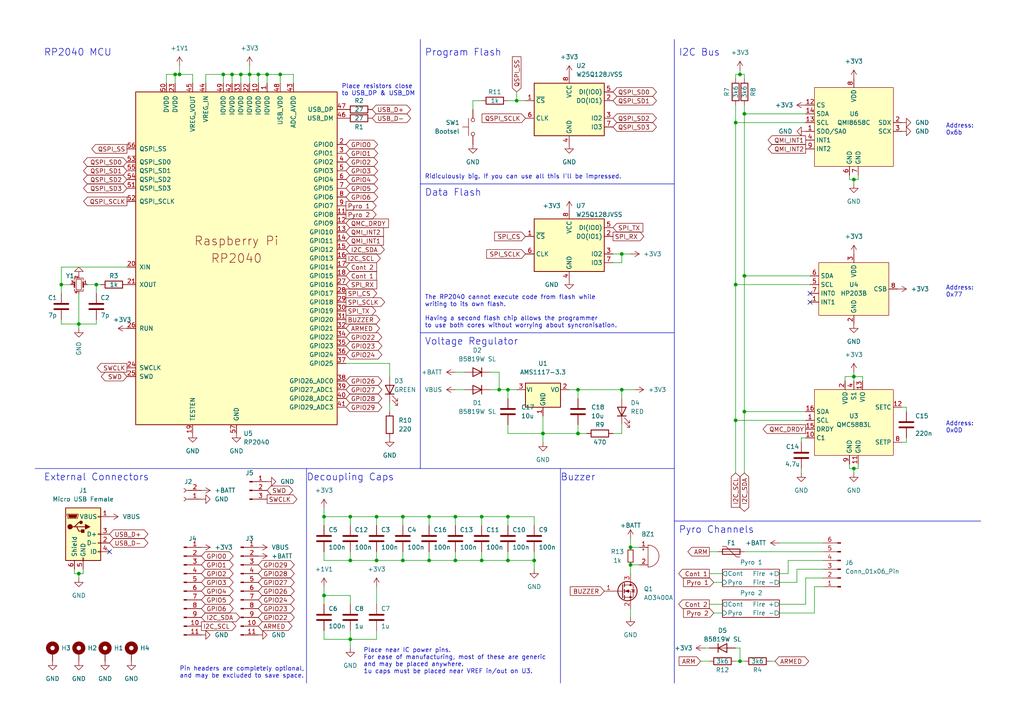
<source format=kicad_sch>
(kicad_sch (version 20230121) (generator eeschema)
  (paper "A4")
  (title_block (title "Bob Main Board") (date "2022-07-03") (rev "4") (company "York Aerospace & Rocketry") (comment 1 "22/08/22 WH") (comment 3 "For Comment") (comment 4 "BOB_SCH"))
  (junction (at 81.28 21.59))
  (junction (at 147.32 113.03))
  (junction (at 213.36 121.92))
  (junction (at 50.8 21.59))
  (junction (at 64.77 21.59))
  (junction (at 180.34 113.03))
  (junction (at 147.32 162.56))
  (junction (at 215.9 33.02))
  (junction (at 109.22 149.86))
  (junction (at 22.86 166.37))
  (junction (at 132.08 162.56))
  (junction (at 22.86 93.98))
  (junction (at 124.46 149.86))
  (junction (at 147.32 149.86))
  (junction (at 93.98 149.86))
  (junction (at 116.84 162.56))
  (junction (at 93.98 172.72))
  (junction (at 213.36 82.55))
  (junction (at 167.64 113.03))
  (junction (at 213.36 35.56))
  (junction (at 214.63 191.77))
  (junction (at 247.65 52.07))
  (junction (at 27.94 82.55))
  (junction (at 215.9 119.38))
  (junction (at 101.6 185.42))
  (junction (at 17.78 82.55))
  (junction (at 101.6 162.56))
  (junction (at 247.65 109.22))
  (junction (at 139.7 162.56))
  (junction (at 72.39 21.59))
  (junction (at 149.86 29.21))
  (junction (at 124.46 162.56))
  (junction (at 101.6 149.86))
  (junction (at 67.31 21.59))
  (junction (at 167.64 125.73))
  (junction (at 69.85 21.59))
  (junction (at 247.65 135.89))
  (junction (at 144.78 113.03))
  (junction (at 214.63 21.59))
  (junction (at 77.47 21.59))
  (junction (at 74.93 21.59))
  (junction (at 139.7 149.86))
  (junction (at 157.48 125.73))
  (junction (at 154.94 162.56))
  (junction (at 215.9 80.01))
  (junction (at 116.84 149.86))
  (junction (at 132.08 149.86))
  (junction (at 109.22 162.56))
  (junction (at 182.88 163.83))
  (junction (at 182.88 158.75))
  (junction (at 180.34 73.66))
  (junction (at 52.07 21.59))
  (no_connect (at 234.95 87.63))
  (no_connect (at 234.95 85.09))
  (no_connect (at 31.75 160.02))
  (wire (pts (xy 93.98 149.86) (xy 101.6 149.86)))
  (wire (pts (xy 139.7 162.56) (xy 147.32 162.56)))
  (wire (pts (xy 101.6 172.72) (xy 101.6 175.26)))
  (polyline (pts (xy 195.58 11.43) (xy 195.58 53.34)))
  (wire (pts (xy 213.36 121.92) (xy 213.36 137.16)))
  (wire (pts (xy 180.34 123.19) (xy 180.34 125.73)))
  (wire (pts (xy 215.9 33.02) (xy 233.68 33.02)))
  (polyline (pts (xy 121.92 11.43) (xy 121.92 135.89)))
  (wire (pts (xy 247.65 135.89) (xy 247.65 137.16)))
  (wire (pts (xy 124.46 162.56) (xy 132.08 162.56)))
  (wire (pts (xy 154.94 160.02) (xy 154.94 162.56)))
  (polyline (pts (xy 195.58 135.89) (xy 195.58 198.12)))
  (wire (pts (xy 215.9 80.01) (xy 234.95 80.01)))
  (wire (pts (xy 52.07 21.59) (xy 50.8 21.59)))
  (wire (pts (xy 214.63 21.59) (xy 215.9 21.59)))
  (wire (pts (xy 81.28 21.59) (xy 81.28 24.13)))
  (wire (pts (xy 132.08 149.86) (xy 139.7 149.86)))
  (wire (pts (xy 124.46 149.86) (xy 132.08 149.86)))
  (wire (pts (xy 233.68 167.64) (xy 238.76 167.64)))
  (wire (pts (xy 113.03 105.41) (xy 113.03 109.22)))
  (wire (pts (xy 77.47 21.59) (xy 81.28 21.59)))
  (wire (pts (xy 180.34 113.03) (xy 184.15 113.03)))
  (wire (pts (xy 100.33 105.41) (xy 113.03 105.41)))
  (wire (pts (xy 246.38 134.62) (xy 246.38 135.89)))
  (wire (pts (xy 101.6 149.86) (xy 109.22 149.86)))
  (wire (pts (xy 238.76 162.56) (xy 228.6 162.56)))
  (wire (pts (xy 93.98 185.42) (xy 93.98 182.88)))
  (wire (pts (xy 236.22 177.8) (xy 226.06 177.8)))
  (wire (pts (xy 247.65 107.95) (xy 247.65 109.22)))
  (wire (pts (xy 147.32 162.56) (xy 154.94 162.56)))
  (wire (pts (xy 207.01 168.91) (xy 209.55 168.91)))
  (wire (pts (xy 147.32 149.86) (xy 147.32 152.4)))
  (polyline (pts (xy 121.92 135.89) (xy 195.58 135.89)))
  (wire (pts (xy 147.32 160.02) (xy 147.32 162.56)))
  (wire (pts (xy 182.88 156.21) (xy 182.88 158.75)))
  (wire (pts (xy 154.94 165.1) (xy 154.94 162.56)))
  (wire (pts (xy 81.28 21.59) (xy 85.09 21.59)))
  (wire (pts (xy 147.32 149.86) (xy 154.94 149.86)))
  (wire (pts (xy 213.36 21.59) (xy 214.63 21.59)))
  (wire (pts (xy 167.64 125.73) (xy 170.18 125.73)))
  (polyline (pts (xy 195.58 96.52) (xy 121.92 96.52)))
  (wire (pts (xy 177.8 73.66) (xy 180.34 73.66)))
  (wire (pts (xy 213.36 191.77) (xy 214.63 191.77)))
  (wire (pts (xy 213.36 82.55) (xy 234.95 82.55)))
  (wire (pts (xy 17.78 82.55) (xy 17.78 85.09)))
  (wire (pts (xy 25.4 82.55) (xy 27.94 82.55)))
  (wire (pts (xy 215.9 30.48) (xy 215.9 33.02)))
  (wire (pts (xy 205.74 166.37) (xy 209.55 166.37)))
  (wire (pts (xy 185.42 163.83) (xy 182.88 163.83)))
  (wire (pts (xy 180.34 76.2) (xy 180.34 73.66)))
  (wire (pts (xy 236.22 170.18) (xy 236.22 177.8)))
  (wire (pts (xy 213.36 30.48) (xy 213.36 35.56)))
  (wire (pts (xy 17.78 92.71) (xy 17.78 93.98)))
  (wire (pts (xy 101.6 185.42) (xy 109.22 185.42)))
  (wire (pts (xy 180.34 73.66) (xy 182.88 73.66)))
  (wire (pts (xy 101.6 160.02) (xy 101.6 162.56)))
  (wire (pts (xy 207.01 177.8) (xy 209.55 177.8)))
  (wire (pts (xy 232.41 127) (xy 233.68 127)))
  (wire (pts (xy 116.84 160.02) (xy 116.84 162.56)))
  (wire (pts (xy 261.62 118.11) (xy 262.89 118.11)))
  (wire (pts (xy 74.93 21.59) (xy 74.93 24.13)))
  (wire (pts (xy 48.26 24.13) (xy 48.26 21.59)))
  (wire (pts (xy 139.7 29.21) (xy 137.16 29.21)))
  (wire (pts (xy 109.22 185.42) (xy 109.22 182.88)))
  (wire (pts (xy 147.32 125.73) (xy 147.32 123.19)))
  (wire (pts (xy 17.78 82.55) (xy 20.32 82.55)))
  (wire (pts (xy 137.16 29.21) (xy 137.16 31.75)))
  (wire (pts (xy 93.98 149.86) (xy 93.98 152.4)))
  (wire (pts (xy 144.78 113.03) (xy 147.32 113.03)))
  (wire (pts (xy 48.26 21.59) (xy 50.8 21.59)))
  (wire (pts (xy 113.03 119.38) (xy 113.03 116.84)))
  (wire (pts (xy 226.06 168.91) (xy 231.14 168.91)))
  (wire (pts (xy 109.22 162.56) (xy 116.84 162.56)))
  (wire (pts (xy 124.46 149.86) (xy 124.46 152.4)))
  (wire (pts (xy 101.6 162.56) (xy 109.22 162.56)))
  (wire (pts (xy 116.84 149.86) (xy 116.84 152.4)))
  (wire (pts (xy 55.88 21.59) (xy 52.07 21.59)))
  (wire (pts (xy 109.22 149.86) (xy 109.22 152.4)))
  (polyline (pts (xy 10.16 135.89) (xy 121.92 135.89)))
  (wire (pts (xy 27.94 82.55) (xy 29.21 82.55)))
  (wire (pts (xy 74.93 21.59) (xy 77.47 21.59)))
  (wire (pts (xy 247.65 52.07) (xy 248.92 52.07)))
  (wire (pts (xy 109.22 170.18) (xy 109.22 175.26)))
  (wire (pts (xy 215.9 160.02) (xy 238.76 160.02)))
  (polyline (pts (xy 121.92 53.34) (xy 195.58 53.34)))
  (wire (pts (xy 167.64 113.03) (xy 180.34 113.03)))
  (wire (pts (xy 203.2 191.77) (xy 205.74 191.77)))
  (wire (pts (xy 93.98 172.72) (xy 93.98 175.26)))
  (wire (pts (xy 226.06 166.37) (xy 228.6 166.37)))
  (wire (pts (xy 22.86 85.09) (xy 22.86 93.98)))
  (wire (pts (xy 55.88 24.13) (xy 55.88 21.59)))
  (wire (pts (xy 205.74 175.26) (xy 209.55 175.26)))
  (wire (pts (xy 139.7 149.86) (xy 147.32 149.86)))
  (wire (pts (xy 232.41 128.27) (xy 232.41 127)))
  (wire (pts (xy 67.31 21.59) (xy 69.85 21.59)))
  (wire (pts (xy 246.38 135.89) (xy 247.65 135.89)))
  (wire (pts (xy 93.98 172.72) (xy 101.6 172.72)))
  (wire (pts (xy 109.22 160.02) (xy 109.22 162.56)))
  (wire (pts (xy 67.31 21.59) (xy 67.31 24.13)))
  (wire (pts (xy 22.86 95.25) (xy 22.86 93.98)))
  (wire (pts (xy 124.46 160.02) (xy 124.46 162.56)))
  (wire (pts (xy 93.98 162.56) (xy 101.6 162.56)))
  (wire (pts (xy 213.36 35.56) (xy 233.68 35.56)))
  (wire (pts (xy 132.08 107.95) (xy 134.62 107.95)))
  (wire (pts (xy 27.94 82.55) (xy 27.94 85.09)))
  (wire (pts (xy 157.48 125.73) (xy 157.48 128.27)))
  (wire (pts (xy 247.65 109.22) (xy 247.65 110.49)))
  (wire (pts (xy 101.6 182.88) (xy 101.6 185.42)))
  (wire (pts (xy 64.77 21.59) (xy 67.31 21.59)))
  (wire (pts (xy 167.64 113.03) (xy 167.64 115.57)))
  (wire (pts (xy 109.22 149.86) (xy 116.84 149.86)))
  (wire (pts (xy 180.34 125.73) (xy 177.8 125.73)))
  (wire (pts (xy 22.86 93.98) (xy 27.94 93.98)))
  (wire (pts (xy 248.92 52.07) (xy 248.92 50.8)))
  (wire (pts (xy 69.85 21.59) (xy 72.39 21.59)))
  (wire (pts (xy 22.86 166.37) (xy 24.13 166.37)))
  (wire (pts (xy 205.74 187.96) (xy 204.47 187.96)))
  (wire (pts (xy 213.36 82.55) (xy 213.36 121.92)))
  (wire (pts (xy 248.92 135.89) (xy 248.92 134.62)))
  (wire (pts (xy 182.88 158.75) (xy 185.42 158.75)))
  (wire (pts (xy 132.08 149.86) (xy 132.08 152.4)))
  (wire (pts (xy 116.84 149.86) (xy 124.46 149.86)))
  (polyline (pts (xy 195.58 135.89) (xy 195.58 96.52)))
  (wire (pts (xy 223.52 191.77) (xy 224.79 191.77)))
  (wire (pts (xy 205.74 160.02) (xy 208.28 160.02)))
  (wire (pts (xy 64.77 24.13) (xy 64.77 21.59)))
  (wire (pts (xy 21.59 166.37) (xy 22.86 166.37)))
  (wire (pts (xy 132.08 162.56) (xy 139.7 162.56)))
  (wire (pts (xy 147.32 115.57) (xy 147.32 113.03)))
  (wire (pts (xy 245.11 109.22) (xy 247.65 109.22)))
  (polyline (pts (xy 195.58 151.13) (xy 284.48 151.13)))
  (wire (pts (xy 27.94 93.98) (xy 27.94 92.71)))
  (wire (pts (xy 24.13 165.1) (xy 24.13 166.37)))
  (wire (pts (xy 177.8 76.2) (xy 180.34 76.2)))
  (wire (pts (xy 247.65 53.34) (xy 247.65 52.07)))
  (wire (pts (xy 215.9 119.38) (xy 215.9 137.16)))
  (wire (pts (xy 149.86 26.67) (xy 149.86 29.21)))
  (polyline (pts (xy 88.9 135.89) (xy 88.9 198.12)))
  (wire (pts (xy 214.63 191.77) (xy 214.63 187.96)))
  (wire (pts (xy 21.59 165.1) (xy 21.59 166.37)))
  (wire (pts (xy 213.36 35.56) (xy 213.36 82.55)))
  (wire (pts (xy 147.32 125.73) (xy 157.48 125.73)))
  (wire (pts (xy 17.78 93.98) (xy 22.86 93.98)))
  (wire (pts (xy 72.39 21.59) (xy 72.39 24.13)))
  (wire (pts (xy 139.7 149.86) (xy 139.7 152.4)))
  (wire (pts (xy 228.6 162.56) (xy 228.6 166.37)))
  (wire (pts (xy 226.06 175.26) (xy 233.68 175.26)))
  (wire (pts (xy 226.06 157.48) (xy 238.76 157.48)))
  (wire (pts (xy 157.48 125.73) (xy 167.64 125.73)))
  (wire (pts (xy 245.11 110.49) (xy 245.11 109.22)))
  (wire (pts (xy 22.86 167.64) (xy 22.86 166.37)))
  (wire (pts (xy 154.94 149.86) (xy 154.94 152.4)))
  (wire (pts (xy 182.88 179.07) (xy 182.88 176.53)))
  (wire (pts (xy 247.65 109.22) (xy 250.19 109.22)))
  (wire (pts (xy 247.65 135.89) (xy 248.92 135.89)))
  (wire (pts (xy 93.98 170.18) (xy 93.98 172.72)))
  (wire (pts (xy 165.1 113.03) (xy 167.64 113.03)))
  (wire (pts (xy 50.8 21.59) (xy 50.8 24.13)))
  (wire (pts (xy 214.63 21.59) (xy 214.63 20.32)))
  (wire (pts (xy 246.38 52.07) (xy 247.65 52.07)))
  (wire (pts (xy 93.98 160.02) (xy 93.98 162.56)))
  (wire (pts (xy 238.76 170.18) (xy 236.22 170.18)))
  (wire (pts (xy 213.36 22.86) (xy 213.36 21.59)))
  (wire (pts (xy 250.19 109.22) (xy 250.19 110.49)))
  (wire (pts (xy 116.84 162.56) (xy 124.46 162.56)))
  (wire (pts (xy 149.86 29.21) (xy 152.4 29.21)))
  (wire (pts (xy 214.63 187.96) (xy 213.36 187.96)))
  (wire (pts (xy 72.39 21.59) (xy 74.93 21.59)))
  (wire (pts (xy 59.69 24.13) (xy 59.69 21.59)))
  (wire (pts (xy 93.98 147.32) (xy 93.98 149.86)))
  (wire (pts (xy 231.14 168.91) (xy 231.14 165.1)))
  (wire (pts (xy 59.69 21.59) (xy 64.77 21.59)))
  (wire (pts (xy 132.08 113.03) (xy 134.62 113.03)))
  (wire (pts (xy 139.7 160.02) (xy 139.7 162.56)))
  (wire (pts (xy 147.32 113.03) (xy 149.86 113.03)))
  (wire (pts (xy 144.78 107.95) (xy 142.24 107.95)))
  (wire (pts (xy 69.85 21.59) (xy 69.85 24.13)))
  (wire (pts (xy 52.07 19.05) (xy 52.07 21.59)))
  (polyline (pts (xy 162.56 135.89) (xy 162.56 198.12)))
  (wire (pts (xy 101.6 185.42) (xy 101.6 187.96)))
  (wire (pts (xy 85.09 21.59) (xy 85.09 24.13)))
  (wire (pts (xy 261.62 128.27) (xy 262.89 128.27)))
  (wire (pts (xy 262.89 128.27) (xy 262.89 127)))
  (wire (pts (xy 214.63 191.77) (xy 215.9 191.77)))
  (wire (pts (xy 36.83 77.47) (xy 17.78 77.47)))
  (wire (pts (xy 215.9 80.01) (xy 215.9 119.38)))
  (wire (pts (xy 72.39 19.05) (xy 72.39 21.59)))
  (wire (pts (xy 213.36 121.92) (xy 233.68 121.92)))
  (wire (pts (xy 233.68 175.26) (xy 233.68 167.64)))
  (wire (pts (xy 147.32 29.21) (xy 149.86 29.21)))
  (wire (pts (xy 17.78 77.47) (xy 17.78 82.55)))
  (polyline (pts (xy 195.58 53.34) (xy 195.58 96.52)))
  (wire (pts (xy 132.08 160.02) (xy 132.08 162.56)))
  (wire (pts (xy 101.6 149.86) (xy 101.6 152.4)))
  (wire (pts (xy 157.48 120.65) (xy 157.48 125.73)))
  (wire (pts (xy 215.9 21.59) (xy 215.9 22.86)))
  (wire (pts (xy 246.38 50.8) (xy 246.38 52.07)))
  (wire (pts (xy 180.34 113.03) (xy 180.34 115.57)))
  (wire (pts (xy 182.88 166.37) (xy 182.88 163.83)))
  (wire (pts (xy 142.24 113.03) (xy 144.78 113.03)))
  (wire (pts (xy 215.9 119.38) (xy 233.68 119.38)))
  (wire (pts (xy 232.41 135.89) (xy 232.41 137.16)))
  (wire (pts (xy 77.47 21.59) (xy 77.47 24.13)))
  (wire (pts (xy 215.9 33.02) (xy 215.9 80.01)))
  (wire (pts (xy 262.89 118.11) (xy 262.89 119.38)))
  (wire (pts (xy 101.6 185.42) (xy 93.98 185.42)))
  (wire (pts (xy 167.64 125.73) (xy 167.64 123.19)))
  (wire (pts (xy 144.78 113.03) (xy 144.78 107.95)))
  (wire (pts (xy 231.14 165.1) (xy 238.76 165.1)))
  (text "Data Flash" (at 123.19 57.15 0) (effects (font (size 2 2)) (justify left bottom)))
  (text "Program Flash" (at 123.19 16.51 0) (effects (font (size 2 2)) (justify left bottom)))
  (text "Decoupling Caps" (at 88.9 139.7 0) (effects (font (size 2 2)) (justify left bottom)))
  (text "Ridiculously big. If you can use all this I'll be impressed." (at 123.19 52.07 0) (effects (font (size 1.27 1.27)) (justify left bottom)))
  (text "External Connectors" (at 12.7 139.7 0) (effects (font (size 2 2)) (justify left bottom)))
  (text "Address:\n0x77" (at 274.32 86.36 0) (effects (font (size 1.27 1.27)) (justify left bottom)))
  (text "Address:\n0x6b" (at 274.32 39.37 0) (effects (font (size 1.27 1.27)) (justify left bottom)))
  (text "Place resistors close \nto USB_DP & USB_DM" (at 99.06 27.94 0) (effects (font (size 1.27 1.27)) (justify left bottom)))
  (text "Pyro Channels" (at 196.85 154.94 0) (effects (font (size 2 2)) (justify left bottom)))
  (text "Buzzer" (at 162.56 139.7 0) (effects (font (size 2 2)) (justify left bottom)))
  (text "Address:\n0x0D" (at 274.32 125.73 0) (effects (font (size 1.27 1.27)) (justify left bottom)))
  (text "RP2040 MCU" (at 12.7 16.51 0) (effects (font (size 2 2)) (justify left bottom)))
  (text "Pin headers are completely optional, \nand may be excluded to save space." (at 52.07 196.85 0) (effects (font (size 1.27 1.27)) (justify left bottom)))
  (text "Place near IC power pins. \nFor ease of manufacturing, most of these are generic\nand may be placed anywhere.\n1u caps must be placed near VREF in/out on U3." (at 105.41 195.58 0) (effects (font (size 1.27 1.27)) (justify left bottom)))
  (text "I2C Bus" (at 196.85 16.51 0) (effects (font (size 2 2)) (justify left bottom)))
  (text "Voltage Regulator" (at 123.19 100.33 0) (effects (font (size 2 2)) (justify left bottom)))
  (text "The RP2040 cannot execute code from flash while\nwriting to its own flash.\n\nHaving a second flash chip allows the programmer \nto use both cores without worrying about syncronisation." (at 123.19 95.25 0) (effects (font (size 1.27 1.27)) (justify left bottom)))
  (global_label "QMI_INT1" (shape output) (at 233.68 40.64 180) (property "Intersheetrefs" "${INTERSHEET_REFS}" (effects hide)))
  (global_label "I2C_SDA" (shape bidirectional) (at 58.42 179.07 0) (property "Intersheetrefs" "${INTERSHEET_REFS}" (effects hide)))
  (global_label "SWD" (shape bidirectional) (at 36.83 109.22 180) (property "Intersheetrefs" "${INTERSHEET_REFS}" (effects hide)))
  (global_label "Pyro 1" (shape output) (at 100.33 59.69 0) (property "Intersheetrefs" "${INTERSHEET_REFS}" (effects hide)))
  (global_label "SPI_TX" (shape input) (at 177.8 66.04 0) (property "Intersheetrefs" "${INTERSHEET_REFS}" (effects hide)))
  (global_label "GPIO23" (shape bidirectional) (at 74.93 176.53 0) (property "Intersheetrefs" "${INTERSHEET_REFS}" (effects hide)))
  (global_label "GPIO29" (shape bidirectional) (at 74.93 163.83 0) (property "Intersheetrefs" "${INTERSHEET_REFS}" (effects hide)))
  (global_label "Pyro 1" (shape input) (at 207.01 168.91 180) (property "Intersheetrefs" "${INTERSHEET_REFS}" (effects hide)))
  (global_label "ARM" (shape output) (at 205.74 160.02 180) (property "Intersheetrefs" "${INTERSHEET_REFS}" (effects hide)))
  (global_label "I2C_SCL" (shape output) (at 58.42 181.61 0) (property "Intersheetrefs" "${INTERSHEET_REFS}" (effects hide)))
  (global_label "QSPI_SD3" (shape bidirectional) (at 36.83 54.61 180) (property "Intersheetrefs" "${INTERSHEET_REFS}" (effects hide)))
  (global_label "GPIO22" (shape bidirectional) (at 74.93 179.07 0) (property "Intersheetrefs" "${INTERSHEET_REFS}" (effects hide)))
  (global_label "GPIO0" (shape bidirectional) (at 100.33 41.91 0) (property "Intersheetrefs" "${INTERSHEET_REFS}" (effects hide)))
  (global_label "SPI_SCLK" (shape output) (at 100.33 87.63 0) (property "Intersheetrefs" "${INTERSHEET_REFS}" (effects hide)))
  (global_label "QSPI_SD1" (shape bidirectional) (at 177.8 29.21 0) (property "Intersheetrefs" "${INTERSHEET_REFS}" (effects hide)))
  (global_label "QSPI_SD2" (shape bidirectional) (at 36.83 52.07 180) (property "Intersheetrefs" "${INTERSHEET_REFS}" (effects hide)))
  (global_label "GPIO22" (shape bidirectional) (at 100.33 97.79 0) (property "Intersheetrefs" "${INTERSHEET_REFS}" (effects hide)))
  (global_label "USB_D+" (shape bidirectional) (at 107.95 31.75 0) (property "Intersheetrefs" "${INTERSHEET_REFS}" (effects hide)))
  (global_label "GPIO4" (shape bidirectional) (at 58.42 171.45 0) (property "Intersheetrefs" "${INTERSHEET_REFS}" (effects hide)))
  (global_label "GPIO24" (shape bidirectional) (at 74.93 173.99 0) (property "Intersheetrefs" "${INTERSHEET_REFS}" (effects hide)))
  (global_label "QSPI_SCLK" (shape input) (at 152.4 34.29 180) (property "Intersheetrefs" "${INTERSHEET_REFS}" (effects hide)))
  (global_label "USB_D+" (shape bidirectional) (at 31.75 154.94 0) (property "Intersheetrefs" "${INTERSHEET_REFS}" (effects hide)))
  (global_label "QSPI_SS" (shape input) (at 149.86 26.67 90) (property "Intersheetrefs" "${INTERSHEET_REFS}" (effects hide)))
  (global_label "Cont 1" (shape input) (at 100.33 80.01 0) (property "Intersheetrefs" "${INTERSHEET_REFS}" (effects hide)))
  (global_label "GPIO5" (shape bidirectional) (at 100.33 54.61 0) (property "Intersheetrefs" "${INTERSHEET_REFS}" (effects hide)))
  (global_label "ARMED" (shape bidirectional) (at 74.93 181.61 0) (property "Intersheetrefs" "${INTERSHEET_REFS}" (effects hide)))
  (global_label "GPIO29" (shape bidirectional) (at 100.33 118.11 0) (property "Intersheetrefs" "${INTERSHEET_REFS}" (effects hide)))
  (global_label "GPIO24" (shape bidirectional) (at 100.33 102.87 0) (property "Intersheetrefs" "${INTERSHEET_REFS}" (effects hide)))
  (global_label "QMC_DRDY" (shape input) (at 100.33 64.77 0) (property "Intersheetrefs" "${INTERSHEET_REFS}" (effects hide)))
  (global_label "QSPI_SD3" (shape bidirectional) (at 177.8 36.83 0) (property "Intersheetrefs" "${INTERSHEET_REFS}" (effects hide)))
  (global_label "SWD" (shape bidirectional) (at 77.47 142.24 0) (property "Intersheetrefs" "${INTERSHEET_REFS}" (effects hide)))
  (global_label "SPI_TX" (shape output) (at 100.33 90.17 0) (property "Intersheetrefs" "${INTERSHEET_REFS}" (effects hide)))
  (global_label "GPIO2" (shape bidirectional) (at 58.42 166.37 0) (property "Intersheetrefs" "${INTERSHEET_REFS}" (effects hide)))
  (global_label "SPI_SCLK" (shape input) (at 152.4 73.66 180) (property "Intersheetrefs" "${INTERSHEET_REFS}" (effects hide)))
  (global_label "QSPI_SS" (shape output) (at 36.83 43.18 180) (property "Intersheetrefs" "${INTERSHEET_REFS}" (effects hide)))
  (global_label "USB_D-" (shape bidirectional) (at 107.95 34.29 0) (property "Intersheetrefs" "${INTERSHEET_REFS}" (effects hide)))
  (global_label "GPIO28" (shape bidirectional) (at 100.33 115.57 0) (property "Intersheetrefs" "${INTERSHEET_REFS}" (effects hide)))
  (global_label "QSPI_SD0" (shape bidirectional) (at 177.8 26.67 0) (property "Intersheetrefs" "${INTERSHEET_REFS}" (effects hide)))
  (global_label "QSPI_SCLK" (shape output) (at 36.83 58.42 180) (property "Intersheetrefs" "${INTERSHEET_REFS}" (effects hide)))
  (global_label "GPIO27" (shape bidirectional) (at 74.93 168.91 0) (property "Intersheetrefs" "${INTERSHEET_REFS}" (effects hide)))
  (global_label "I2C_SCL" (shape input) (at 213.36 137.16 270) (property "Intersheetrefs" "${INTERSHEET_REFS}" (effects hide)))
  (global_label "QMI_INT2" (shape input) (at 100.33 67.31 0) (property "Intersheetrefs" "${INTERSHEET_REFS}" (effects hide)))
  (global_label "GPIO26" (shape bidirectional) (at 74.93 171.45 0) (property "Intersheetrefs" "${INTERSHEET_REFS}" (effects hide)))
  (global_label "BUZZER" (shape input) (at 175.26 171.45 180) (property "Intersheetrefs" "${INTERSHEET_REFS}" (effects hide)))
  (global_label "GPIO1" (shape bidirectional) (at 100.33 44.45 0) (property "Intersheetrefs" "${INTERSHEET_REFS}" (effects hide)))
  (global_label "GPIO5" (shape bidirectional) (at 58.42 173.99 0) (property "Intersheetrefs" "${INTERSHEET_REFS}" (effects hide)))
  (global_label "ARM" (shape input) (at 203.2 191.77 180) (property "Intersheetrefs" "${INTERSHEET_REFS}" (effects hide)))
  (global_label "QSPI_SD2" (shape bidirectional) (at 177.8 34.29 0) (property "Intersheetrefs" "${INTERSHEET_REFS}" (effects hide)))
  (global_label "GPIO28" (shape bidirectional) (at 74.93 166.37 0) (property "Intersheetrefs" "${INTERSHEET_REFS}" (effects hide)))
  (global_label "QSPI_SD1" (shape bidirectional) (at 36.83 49.53 180) (property "Intersheetrefs" "${INTERSHEET_REFS}" (effects hide)))
  (global_label "SPI_CS" (shape output) (at 100.33 85.09 0) (property "Intersheetrefs" "${INTERSHEET_REFS}" (effects hide)))
  (global_label "GPIO3" (shape bidirectional) (at 58.42 168.91 0) (property "Intersheetrefs" "${INTERSHEET_REFS}" (effects hide)))
  (global_label "GPIO6" (shape bidirectional) (at 100.33 57.15 0) (property "Intersheetrefs" "${INTERSHEET_REFS}" (effects hide)))
  (global_label "SWCLK" (shape output) (at 77.47 144.78 0) (property "Intersheetrefs" "${INTERSHEET_REFS}" (effects hide)))
  (global_label "Cont 2" (shape input) (at 100.33 77.47 0) (property "Intersheetrefs" "${INTERSHEET_REFS}" (effects hide)))
  (global_label "BUZZER" (shape output) (at 100.33 92.71 0) (property "Intersheetrefs" "${INTERSHEET_REFS}" (effects hide)))
  (global_label "Pyro 2" (shape output) (at 100.33 62.23 0) (property "Intersheetrefs" "${INTERSHEET_REFS}" (effects hide)))
  (global_label "QMI_INT1" (shape input) (at 100.33 69.85 0) (property "Intersheetrefs" "${INTERSHEET_REFS}" (effects hide)))
  (global_label "SPI_CS" (shape input) (at 152.4 68.58 180) (property "Intersheetrefs" "${INTERSHEET_REFS}" (effects hide)))
  (global_label "I2C_SDA" (shape bidirectional) (at 100.33 72.39 0) (property "Intersheetrefs" "${INTERSHEET_REFS}" (effects hide)))
  (global_label "GPIO2" (shape bidirectional) (at 100.33 46.99 0) (property "Intersheetrefs" "${INTERSHEET_REFS}" (effects hide)))
  (global_label "USB_D-" (shape bidirectional) (at 31.75 157.48 0) (property "Intersheetrefs" "${INTERSHEET_REFS}" (effects hide)))
  (global_label "I2C_SCL" (shape output) (at 100.33 74.93 0) (property "Intersheetrefs" "${INTERSHEET_REFS}" (effects hide)))
  (global_label "SPI_RX" (shape output) (at 177.8 68.58 0) (property "Intersheetrefs" "${INTERSHEET_REFS}" (effects hide)))
  (global_label "QMC_DRDY" (shape output) (at 233.68 124.46 180) (property "Intersheetrefs" "${INTERSHEET_REFS}" (effects hide)))
  (global_label "QMI_INT2" (shape output) (at 233.68 43.18 180) (property "Intersheetrefs" "${INTERSHEET_REFS}" (effects hide)))
  (global_label "SPI_RX" (shape input) (at 100.33 82.55 0) (property "Intersheetrefs" "${INTERSHEET_REFS}" (effects hide)))
  (global_label "Cont 2" (shape output) (at 205.74 175.26 180) (property "Intersheetrefs" "${INTERSHEET_REFS}" (effects hide)))
  (global_label "GPIO6" (shape bidirectional) (at 58.42 176.53 0) (property "Intersheetrefs" "${INTERSHEET_REFS}" (effects hide)))
  (global_label "I2C_SDA" (shape bidirectional) (at 215.9 137.16 270) (property "Intersheetrefs" "${INTERSHEET_REFS}" (effects hide)))
  (global_label "GPIO1" (shape bidirectional) (at 58.42 163.83 0) (property "Intersheetrefs" "${INTERSHEET_REFS}" (effects hide)))
  (global_label "GPIO3" (shape bidirectional) (at 100.33 49.53 0) (property "Intersheetrefs" "${INTERSHEET_REFS}" (effects hide)))
  (global_label "GPIO23" (shape bidirectional) (at 100.33 100.33 0) (property "Intersheetrefs" "${INTERSHEET_REFS}" (effects hide)))
  (global_label "GPIO26" (shape bidirectional) (at 100.33 110.49 0) (property "Intersheetrefs" "${INTERSHEET_REFS}" (effects hide)))
  (global_label "GPIO4" (shape bidirectional) (at 100.33 52.07 0) (property "Intersheetrefs" "${INTERSHEET_REFS}" (effects hide)))
  (global_label "Pyro 2" (shape input) (at 207.01 177.8 180) (property "Intersheetrefs" "${INTERSHEET_REFS}" (effects hide)))
  (global_label "QSPI_SD0" (shape bidirectional) (at 36.83 46.99 180) (property "Intersheetrefs" "${INTERSHEET_REFS}" (effects hide)))
  (global_label "ARMED" (shape bidirectional) (at 100.33 95.25 0) (property "Intersheetrefs" "${INTERSHEET_REFS}" (effects hide)))
  (global_label "Cont 1" (shape output) (at 205.74 166.37 180) (property "Intersheetrefs" "${INTERSHEET_REFS}" (effects hide)))
  (global_label "ARMED" (shape bidirectional) (at 224.79 191.77 0) (property "Intersheetrefs" "${INTERSHEET_REFS}" (effects hide)))
  (global_label "SWCLK" (shape output) (at 36.83 106.68 180) (property "Intersheetrefs" "${INTERSHEET_REFS}" (effects hide)))
  (global_label "GPIO0" (shape bidirectional) (at 58.42 161.29 0) (property "Intersheetrefs" "${INTERSHEET_REFS}" (effects hide)))
  (global_label "GPIO27" (shape bidirectional) (at 100.33 113.03 0) (property "Intersheetrefs" "${INTERSHEET_REFS}" (effects hide)))
  (symbol (lib_id "power:GND") (at 154.94 165.1 0) (unit 1)
    (property "Reference" "#PWR032" (effects hide))
    (property "Value" "GND" (at 154.94 170.18 0))
  )
  (symbol (lib_id "Device:C") (at 101.6 156.21 0) (unit 1)
    (property "Reference" "C12" (at 102.87 153.67 0) (effects (justify left)))
    (property "Value" "100n" (at 102.87 158.75 0) (effects (justify left)))
    (property "Footprint" "Capacitor_SMD:C_0603_1608Metric" (effects hide))
    (property "LCSC" "C14663" (effects hide))
    (property "JLC" "0603" (effects hide))
  )
  (symbol (lib_id "power:+3.3V") (at 184.15 113.03 270) (unit 1)
    (property "Reference" "#PWR038" (effects hide))
    (property "Value" "+3.3V" (at 187.96 113.0299 90) (effects (justify left)))
  )
  (symbol (lib_id "Device:C") (at 139.7 156.21 0) (unit 1)
    (property "Reference" "C11" (at 140.97 153.67 0) (effects (justify left)))
    (property "Value" "100n" (at 140.97 158.75 0) (effects (justify left)))
    (property "Footprint" "Capacitor_SMD:C_0603_1608Metric" (effects hide))
    (property "LCSC" "C14663" (effects hide))
    (property "JLC" "0603" (effects hide))
  )
  (symbol (lib_id "Device:R") (at 219.71 191.77 270) (unit 1)
    (property "Reference" "R4" (at 219.71 194.31 90))
    (property "Value" "3k6" (at 219.71 191.77 90))
    (property "Footprint" "Resistor_SMD:R_0603_1608Metric" (effects hide))
    (property "JLC" "0603" (effects hide))
    (property "LCSC" " C22980 " (effects hide))
  )
  (symbol (lib_id "power:+3.3V") (at 93.98 147.32 0) (unit 1)
    (property "Reference" "#PWR022" (effects hide))
    (property "Value" "+3.3V" (at 93.98 142.24 0))
  )
  (symbol (lib_id "Transistor_FET:AO3400A") (at 180.34 171.45 0) (unit 1)
    (property "Reference" "Q1" (at 186.69 170.815 0) (effects (justify left)))
    (property "Value" "AO3400A" (at 186.69 173.355 0) (effects (justify left)))
    (property "Footprint" "Package_TO_SOT_SMD:SOT-23" (effects hide))
    (property "Datasheet" "http://www.aosmd.com/pdfs/datasheet/AO3400A.pdf" (effects hide))
    (property "Sim.Device" "NMOS" (effects hide))
    (property "Sim.Type" "VDMOS" (effects hide))
    (property "Sim.Pins" "1=D 2=G 3=S" (effects hide))
    (property "LCSC" "C20917" (effects hide))
    (property "JLC" "SOT-23-3L" (effects hide))
  )
  (symbol (lib_id "Device:R") (at 33.02 82.55 90) (unit 1)
    (property "Reference" "R3" (at 33.02 80.01 90))
    (property "Value" "1k" (at 33.02 82.55 90))
    (property "Footprint" "Resistor_SMD:R_0603_1608Metric" (effects hide))
    (property "JLC" "0603" (effects hide))
    (property "LCSC" "C21190" (effects hide))
  )
  (symbol (lib_id "Device:C") (at 27.94 88.9 180) (unit 1)
    (property "Reference" "C2" (at 30.48 86.36 0))
    (property "Value" "7p" (at 30.48 91.44 0))
    (property "Footprint" "Capacitor_SMD:C_0402_1005Metric" (effects hide))
    (property "LCSC" "C2918529" (effects hide))
    (property "JLC" "0402" (effects hide))
  )
  (symbol (lib_id "power:+1V1") (at 52.07 19.05 0) (unit 1)
    (property "Reference" "#PWR010" (effects hide))
    (property "Value" "+1V1" (at 52.07 13.97 0))
  )
  (symbol (lib_id "Device:R") (at 209.55 191.77 270) (unit 1)
    (property "Reference" "R12" (at 209.55 194.31 90))
    (property "Value" "3k6" (at 209.55 191.77 90))
    (property "Footprint" "Resistor_SMD:R_0603_1608Metric" (effects hide))
    (property "JLC" "0603" (effects hide))
    (property "LCSC" " C22980 " (effects hide))
  )
  (symbol (lib_id "power:GND") (at 182.88 179.07 0) (unit 1)
    (property "Reference" "#PWR027" (effects hide))
    (property "Value" "GND" (at 182.88 184.15 0))
  )
  (symbol (lib_id "Diode:1N914") (at 209.55 187.96 0) (mirror x) (unit 1)
    (property "Reference" "D5" (at 209.55 182.88 0))
    (property "Value" "B5819W SL" (at 209.55 185.42 0))
    (property "Footprint" "Diode_SMD:D_SOD-123" (effects hide))
    (property "Datasheet" "https://jlcpcb.com/b454aea9-40e7-422f-bffa-9f112dad248c" (effects hide))
    (property "LCSC" "C8598" (effects hide))
    (property "JLC" "SOD-123FL" (effects hide))
  )
  (symbol (lib_id "power:GND") (at 38.1 191.77 0) (unit 1)
    (property "Reference" "#PWR09" (effects hide))
    (property "Value" "GND" (at 38.1 196.85 0))
  )
  (symbol (lib_id "power:+BATT") (at 226.06 157.48 90) (mirror x) (unit 1)
    (property "Reference" "#PWR049" (effects hide))
    (property "Value" "+BATT" (at 222.25 157.48 90) (effects (justify left)))
  )
  (symbol (lib_id "power:GND") (at 22.86 95.25 0) (unit 1)
    (property "Reference" "#PWR03" (effects hide))
    (property "Value" "GND" (at 22.8599 99.06 90) (effects (justify right)))
  )
  (symbol (lib_id "power:+3.3V") (at 58.42 158.75 270) (unit 1)
    (property "Reference" "#PWR014" (effects hide))
    (property "Value" "+3.3V" (at 62.23 158.7499 90) (effects (justify left)))
  )
  (symbol (lib_id "power:+3.3V") (at 247.65 22.86 0) (unit 1)
    (property "Reference" "#PWR043" (effects hide))
    (property "Value" "+3.3V" (at 247.65 17.78 0))
  )
  (symbol (lib_id "power:+3.3V") (at 204.47 187.96 90) (unit 1)
    (property "Reference" "#PWR058" (effects hide))
    (property "Value" "+3.3V" (at 195.58 187.96 90) (effects (justify right)))
  )
  (symbol (lib_id "power:GND") (at 22.86 191.77 0) (unit 1)
    (property "Reference" "#PWR05" (effects hide))
    (property "Value" "GND" (at 22.86 196.85 0))
  )
  (symbol (lib_id "power:+3.3V") (at 165.1 21.59 0) (unit 1)
    (property "Reference" "#PWR033" (effects hide))
    (property "Value" "+3.3V" (at 165.1 16.51 0))
  )
  (symbol (lib_id "Device:C") (at 109.22 179.07 0) (unit 1)
    (property "Reference" "C7" (at 110.49 176.53 0) (effects (justify left)))
    (property "Value" "1u" (at 110.49 181.61 0) (effects (justify left)))
    (property "Footprint" "Capacitor_SMD:C_0603_1608Metric" (effects hide))
    (property "LCSC" "C23969" (effects hide))
    (property "JLC" "0603" (effects hide))
  )
  (symbol (lib_id "Device:C") (at 93.98 156.21 0) (unit 1)
    (property "Reference" "C5" (at 95.25 153.67 0) (effects (justify left)))
    (property "Value" "100n" (at 95.25 158.75 0) (effects (justify left)))
    (property "Footprint" "Capacitor_SMD:C_0603_1608Metric" (effects hide))
    (property "LCSC" "C14663" (effects hide))
    (property "JLC" "0603" (effects hide))
  )
  (symbol (lib_id "power:+3.3V") (at 36.83 95.25 90) (unit 1)
    (property "Reference" "#PWR08" (effects hide))
    (property "Value" "+3.3V" (at 38.1 92.71 90) (effects (justify left)))
  )
  (symbol (lib_id "Connector:Conn_01x03_Male") (at 72.39 142.24 0) (unit 1)
    (property "Reference" "J5" (at 72.39 137.16 0))
    (property "Value" "Conn_01x03_Male" (effects hide))
    (property "Footprint" "Connector_PinHeader_2.54mm:PinHeader_1x03_P2.54mm_Vertical" (effects hide))
    (property "JLC" "DNF" (effects hide))
    (property "LCSC" "DNF" (effects hide))
  )
  (symbol (lib_id "Device:C") (at 124.46 156.21 0) (unit 1)
    (property "Reference" "C16" (at 125.73 153.67 0) (effects (justify left)))
    (property "Value" "100n" (at 125.73 158.75 0) (effects (justify left)))
    (property "Footprint" "Capacitor_SMD:C_0603_1608Metric" (effects hide))
    (property "LCSC" "C14663" (effects hide))
    (property "JLC" "0603" (effects hide))
  )
  (symbol (lib_id "power:GND") (at 137.16 41.91 0) (unit 1)
    (property "Reference" "#PWR030" (effects hide))
    (property "Value" "GND" (at 137.16 46.99 0))
  )
  (symbol (lib_id "Device:R") (at 104.14 31.75 90) (unit 1)
    (property "Reference" "R2" (at 104.14 29.21 90))
    (property "Value" "27" (at 104.14 31.75 90))
    (property "Footprint" "Resistor_SMD:R_0603_1608Metric_Pad0.98x0.95mm_HandSolder" (effects hide))
    (property "JLC" "0603" (effects hide))
    (property "LCSC" "C25190" (effects hide))
  )
  (symbol (lib_id "power:GND") (at 261.62 35.56 90) (unit 1)
    (property "Reference" "#PWR051" (effects hide))
    (property "Value" "GND" (at 265.43 35.5599 90) (effects (justify right)))
  )
  (symbol (lib_id "power:GND") (at 22.86 80.01 180) (unit 1)
    (property "Reference" "#PWR02" (effects hide))
    (property "Value" "GND" (effects hide))
  )
  (symbol (lib_id "power:GND") (at 232.41 137.16 0) (unit 1)
    (property "Reference" "#PWR040" (effects hide))
    (property "Value" "GND" (at 232.41 142.24 0))
  )
  (symbol (lib_id "Memory_Flash:W25Q32JVSS") (at 165.1 31.75 0) (unit 1)
    (property "Reference" "U2" (at 167.1194 19.05 0) (effects (justify left)))
    (property "Value" "W25Q128JVSS" (at 167.1194 21.59 0) (effects (justify left)))
    (property "Footprint" "Package_SO:SOIC-8_5.23x5.23mm_P1.27mm" (effects hide))
    (property "Datasheet" "http://www.winbond.com/resource-files/w25q32jv%20revg%2003272018%20plus.pdf" (effects hide))
    (property "JLC" "SOP-8_5.2x5.3x1.27P" (effects hide))
    (property "LCSC" "C97521" (effects hide))
  )
  (symbol (lib_id "power:+3.3V") (at 260.35 83.82 270) (unit 1)
    (property "Reference" "#PWR050" (effects hide))
    (property "Value" "+3.3V" (at 264.16 83.8199 90) (effects (justify left)))
  )
  (symbol (lib_id "Device:C") (at 147.32 119.38 0) (mirror y) (unit 1)
    (property "Reference" "C17" (at 151.13 118.1099 0) (effects (justify right)))
    (property "Value" "10u" (at 151.13 120.6499 0) (effects (justify right)))
    (property "Footprint" "Capacitor_SMD:C_0603_1608Metric" (effects hide))
    (property "JLC" "0603" (effects hide))
    (property "LCSC" "C96446" (effects hide))
  )
  (symbol (lib_id "power:GND") (at 165.1 41.91 0) (unit 1)
    (property "Reference" "#PWR034" (effects hide))
    (property "Value" "GND" (at 165.1 46.99 0))
  )
  (symbol (lib_id "power:+BATT") (at 58.42 142.24 270) (unit 1)
    (property "Reference" "#PWR012" (effects hide))
    (property "Value" "+BATT" (at 62.23 142.24 90) (effects (justify left)))
  )
  (symbol (lib_id "Mechanical:MountingHole_Pad") (at 15.24 189.23 0) (unit 1)
    (property "Reference" "H3" (at 17.78 187.9599 0) (effects (justify left)))
    (property "Value" "MountingHole_Pad" (effects hide))
    (property "Footprint" "MountingHole:MountingHole_2.2mm_M2_DIN965_Pad" (effects hide))
    (property "JLC" "-" (effects hide))
    (property "LCSC" "-" (effects hide))
  )
  (symbol (lib_id "power:+3.3V") (at 72.39 19.05 0) (unit 1)
    (property "Reference" "#PWR017" (effects hide))
    (property "Value" "+3.3V" (at 72.39 13.97 0))
  )
  (symbol (lib_id "power:GND") (at 165.1 81.28 0) (unit 1)
    (property "Reference" "#PWR036" (effects hide))
    (property "Value" "GND" (at 160.02 82.55 0))
  )
  (symbol (lib_id "Device:R") (at 104.14 34.29 90) (unit 1)
    (property "Reference" "R1" (at 104.14 36.83 90))
    (property "Value" "27" (at 104.14 34.29 90))
    (property "Footprint" "Resistor_SMD:R_0603_1608Metric_Pad0.98x0.95mm_HandSolder" (effects hide))
    (property "JLC" "0603" (effects hide))
    (property "LCSC" "C25190" (effects hide))
  )
  (symbol (lib_id "power:GND") (at 247.65 137.16 0) (unit 1)
    (property "Reference" "#PWR048" (effects hide))
    (property "Value" "GND" (at 247.65 142.24 0))
  )
  (symbol (lib_id "power:+3.3V") (at 182.88 73.66 270) (unit 1)
    (property "Reference" "#PWR037" (effects hide))
    (property "Value" "+3.3V" (at 189.23 73.66 90))
  )
  (symbol (lib_id "Switch:SW_Push") (at 137.16 36.83 90) (unit 1)
    (property "Reference" "SW1" (at 133.35 35.56 90) (effects (justify left)))
    (property "Value" "Bootsel" (at 133.35 38.1 90) (effects (justify left)))
    (property "Footprint" "Button_Switch_SMD:SW_SPST_TL3342" (effects hide))
    (property "LCSC" "C318884" (effects hide))
  )
  (symbol (lib_id "power:+BATT") (at 74.93 161.29 270) (mirror x) (unit 1)
    (property "Reference" "#PWR019" (effects hide))
    (property "Value" "+BATT" (at 78.74 161.2901 90) (effects (justify left)))
  )
  (symbol (lib_id "power:+3.3V") (at 247.65 107.95 0) (unit 1)
    (property "Reference" "#PWR047" (effects hide))
    (property "Value" "+3.3V" (at 247.65 102.87 0))
  )
  (symbol (lib_id "Connector:Conn_01x02_Female") (at 53.34 144.78 180) (unit 1)
    (property "Reference" "J2" (at 54.61 139.7 0))
    (property "Value" "Screw Terminal, 2.54mm" (effects hide))
    (property "Footprint" "YAR_Connectors:ScrewTerm_2.54x02" (effects hide))
    (property "JLC" "DNF" (effects hide))
    (property "LCSC" "DNF" (effects hide))
  )
  (symbol (lib_id "power:GND") (at 74.93 184.15 90) (mirror x) (unit 1)
    (property "Reference" "#PWR020" (effects hide))
    (property "Value" "GND" (at 78.74 184.1501 90) (effects (justify right)))
  )
  (symbol (lib_id "power:GND") (at 68.58 125.73 0) (unit 1)
    (property "Reference" "#PWR016" (effects hide))
    (property "Value" "GND" (at 68.58 130.81 0))
  )
  (symbol (lib_id "Device:R") (at 143.51 29.21 90) (unit 1)
    (property "Reference" "R11" (at 143.51 26.67 90))
    (property "Value" "1k" (at 143.51 29.21 90))
    (property "Footprint" "Resistor_SMD:R_0603_1608Metric" (effects hide))
    (property "JLC" "0603" (effects hide))
    (property "LCSC" "C21190" (effects hide))
  )
  (symbol (lib_id "Device:C") (at 167.64 119.38 0) (mirror y) (unit 1)
    (property "Reference" "C18" (at 171.45 118.1099 0) (effects (justify right)))
    (property "Value" "10u" (at 171.45 120.6499 0) (effects (justify right)))
    (property "Footprint" "Capacitor_SMD:C_0603_1608Metric" (effects hide))
    (property "JLC" "0603" (effects hide))
    (property "LCSC" "C96446" (effects hide))
  )
  (symbol (lib_id "power:+3.3V") (at 165.1 60.96 0) (unit 1)
    (property "Reference" "#PWR035" (effects hide))
    (property "Value" "+3.3V" (at 160.02 59.69 0))
  )
  (symbol (lib_id "Connector:Conn_01x11_Male") (at 69.85 171.45 0) (unit 1)
    (property "Reference" "J3" (at 72.39 156.21 0))
    (property "Value" "GPIO (Optional)" (effects hide))
    (property "Footprint" "Connector_PinHeader_2.54mm:PinHeader_1x11_P2.54mm_Vertical" (effects hide))
    (property "JLC" "DNF" (effects hide))
    (property "LCSC" "DNF" (effects hide))
  )
  (symbol (lib_id "power:+1V1") (at 93.98 170.18 0) (unit 1)
    (property "Reference" "#PWR023" (effects hide))
    (property "Value" "+1V1" (at 93.98 165.1 0))
  )
  (symbol (lib_id "power:+3.3V") (at 247.65 73.66 0) (unit 1)
    (property "Reference" "#PWR045" (effects hide))
    (property "Value" "+3.3V" (at 247.65 68.58 0))
  )
  (symbol (lib_id "power:GND") (at 22.86 167.64 0) (unit 1)
    (property "Reference" "#PWR04" (effects hide))
    (property "Value" "GND" (at 22.86 172.72 0))
  )
  (symbol (lib_id "power:GND") (at 55.88 125.73 0) (unit 1)
    (property "Reference" "#PWR011" (effects hide))
    (property "Value" "GND" (at 55.88 130.81 0))
  )
  (symbol (lib_id "Device:Polyfuse") (at 212.09 160.02 270) (mirror x) (unit 1)
    (property "Reference" "F1" (at 212.09 157.48 90))
    (property "Value" "Polyfuse" (effects hide))
    (property "Footprint" "Fuse:Fuse_0603_1608Metric" (effects hide))
    (property "JLC" "0603" (effects hide))
    (property "LCSC" "C2654002" (effects hide))
  )
  (symbol (lib_id "YAR_Sensors:QMI8658C") (at 247.65 36.83 0) (unit 1)
    (property "Reference" "U6" (at 246.38 33.02 0) (effects (justify left)))
    (property "Value" "QMI8658C" (at 247.65 35.56 0))
    (property "Footprint" "YAR_Sensors:QMI8658C-LGA14" (effects hide))
    (property "Datasheet" "https://datasheet.lcsc.com/lcsc/2108161930_QST-QMI8658C_C2842151.pdf" (effects hide))
    (property "JLC" "LGA-14" (effects hide))
    (property "LCSC" "C2842151" (effects hide))
  )
  (symbol (lib_id "power:GND") (at 58.42 184.15 90) (unit 1)
    (property "Reference" "#PWR015" (effects hide))
    (property "Value" "GND" (at 62.23 184.1499 90) (effects (justify right)))
  )
  (symbol (lib_id "power:+3.3V") (at 233.68 30.48 90) (unit 1)
    (property "Reference" "#PWR041" (effects hide))
    (property "Value" "+3.3V" (at 224.79 30.48 90) (effects (justify right)))
  )
  (symbol (lib_id "Device:C") (at 109.22 156.21 0) (unit 1)
    (property "Reference" "C3" (at 110.49 153.67 0) (effects (justify left)))
    (property "Value" "100n" (at 110.49 158.75 0) (effects (justify left)))
    (property "Footprint" "Capacitor_SMD:C_0603_1608Metric" (effects hide))
    (property "LCSC" "C14663" (effects hide))
    (property "JLC" "0603" (effects hide))
  )
  (symbol (lib_id "power:+3.3V") (at 214.63 20.32 0) (unit 1)
    (property "Reference" "#PWR039" (effects hide))
    (property "Value" "+3.3V" (at 214.63 15.24 0))
  )
  (symbol (lib_id "Device:R") (at 173.99 125.73 90) (unit 1)
    (property "Reference" "R9" (at 173.99 123.19 90))
    (property "Value" "470" (at 173.99 128.27 90))
    (property "Footprint" "Resistor_SMD:R_0603_1608Metric" (effects hide))
    (property "JLC" "0603" (effects hide))
    (property "LCSC" "C23179" (effects hide))
  )
  (symbol (lib_id "Device:C") (at 262.89 123.19 180) (unit 1)
    (property "Reference" "C15" (at 265.43 120.65 0) (effects (justify right)))
    (property "Value" "220n" (at 265.43 125.73 0) (effects (justify right)))
    (property "Footprint" "Capacitor_SMD:C_0603_1608Metric" (effects hide))
    (property "JLC" "0603" (effects hide))
    (property "LCSC" "C21120" (effects hide))
  )
  (symbol (lib_id "power:VBUS") (at 31.75 149.86 270) (unit 1)
    (property "Reference" "#PWR07" (effects hide))
    (property "Value" "VBUS" (at 35.56 149.8599 90) (effects (justify left)))
  )
  (symbol (lib_id "power:GND") (at 247.65 53.34 0) (unit 1)
    (property "Reference" "#PWR044" (effects hide))
    (property "Value" "GND" (at 247.65 58.42 0))
  )
  (symbol (lib_id "Device:C") (at 101.6 179.07 0) (unit 1)
    (property "Reference" "C8" (at 102.87 176.53 0) (effects (justify left)))
    (property "Value" "1u" (at 102.87 181.61 0) (effects (justify left)))
    (property "Footprint" "Capacitor_SMD:C_0603_1608Metric" (effects hide))
    (property "LCSC" "C23969" (effects hide))
    (property "JLC" "0603" (effects hide))
  )
  (symbol (lib_id "Device:LED") (at 113.03 113.03 90) (unit 1)
    (property "Reference" "D3" (at 114.3 110.49 90) (effects (justify right)))
    (property "Value" "GREEN" (at 114.3 113.03 90) (effects (justify right)))
    (property "Footprint" "LED_SMD:LED_0603_1608Metric" (effects hide))
    (property "JLC" "DNF" (effects hide))
    (property "LCSC" "DNF" (effects hide))
  )
  (symbol (lib_id "Connector:Conn_01x06_Pin") (at 243.84 165.1 180) (unit 1)
    (property "Reference" "J6" (at 245.11 163.195 0) (effects (justify right)))
    (property "Value" "Conn_01x06_Pin" (at 245.11 165.735 0) (effects (justify right)))
    (property "Footprint" "YAR_Connectors:ScrewTerm_2.54x06" (effects hide))
    (property "JLC" "DNF" (effects hide))
    (property "LCSC" "DNF" (effects hide))
  )
  (symbol (lib_id "Mechanical:MountingHole_Pad") (at 38.1 189.23 0) (unit 1)
    (property "Reference" "H4" (at 40.64 187.9599 0) (effects (justify left)))
    (property "Value" "MountingHole_Pad" (effects hide))
    (property "Footprint" "MountingHole:MountingHole_2.2mm_M2_DIN965_Pad" (effects hide))
    (property "JLC" "-" (effects hide))
    (property "LCSC" "-" (effects hide))
  )
  (symbol (lib_id "Device:C") (at 93.98 179.07 0) (unit 1)
    (property "Reference" "C6" (at 95.25 176.53 0) (effects (justify left)))
    (property "Value" "100n" (at 95.25 181.61 0) (effects (justify left)))
    (property "Footprint" "Capacitor_SMD:C_0603_1608Metric" (effects hide))
    (property "LCSC" "C14663" (effects hide))
    (property "JLC" "0603" (effects hide))
  )
  (symbol (lib_id "Device:R") (at 113.03 123.19 0) (unit 1)
    (property "Reference" "R10" (at 115.57 121.9199 0) (effects (justify left)))
    (property "Value" "220" (at 115.57 124.4599 0) (effects (justify left)))
    (property "Footprint" "Resistor_SMD:R_0603_1608Metric" (effects hide))
    (property "JLC" "0603" (effects hide))
    (property "LCSC" "C22775" (effects hide))
  )
  (symbol (lib_id "power:GND") (at 58.42 144.78 90) (unit 1)
    (property "Reference" "#PWR013" (effects hide))
    (property "Value" "GND" (at 62.23 144.7799 90) (effects (justify right)))
  )
  (symbol (lib_id "Mechanical:MountingHole_Pad") (at 30.48 189.23 0) (unit 1)
    (property "Reference" "H1" (at 33.02 187.9599 0) (effects (justify left)))
    (property "Value" "MountingHole_Pad" (effects hide))
    (property "Footprint" "MountingHole:MountingHole_2.2mm_M2_DIN965_Pad" (effects hide))
    (property "JLC" "-" (effects hide))
    (property "LCSC" "-" (effects hide))
  )
  (symbol (lib_id "power:GND") (at 233.68 38.1 270) (unit 1)
    (property "Reference" "#PWR042" (effects hide))
    (property "Value" "GND" (at 229.87 38.0999 90) (effects (justify right)))
  )
  (symbol (lib_id "power:GND") (at 30.48 191.77 0) (unit 1)
    (property "Reference" "#PWR06" (effects hide))
    (property "Value" "GND" (at 30.48 196.85 0))
  )
  (symbol (lib_id "Connector:USB_OTG") (at 24.13 154.94 0) (unit 1)
    (property "Reference" "J1" (at 24.13 142.24 0))
    (property "Value" "Micro USB Female" (at 24.13 144.78 0))
    (property "Footprint" "Connector_USB:USB_Micro-B_Molex-105017-0001" (effects hide))
    (property "Datasheet" " ~" (effects hide))
    (property "JLC" "SMD" (effects hide))
    (property "LCSC" "C136000" (effects hide))
  )
  (symbol (lib_id "Device:Buzzer") (at 187.96 161.29 0) (unit 1)
    (property "Reference" "BZ1" (at 187.96 154.94 0))
    (property "Value" "Buzzer" (effects hide))
    (property "Footprint" "YAR_other:CPT-7502-65-SMT-TR" (effects hide))
  )
  (symbol (lib_id "power:GND") (at 77.47 139.7 90) (unit 1)
    (property "Reference" "#PWR021" (effects hide))
    (property "Value" "GND" (at 81.28 139.6999 90) (effects (justify right)))
  )
  (symbol (lib_name "+BATT_1") (lib_id "power:+BATT") (at 182.88 156.21 0) (unit 1)
    (property "Reference" "#PWR053" (effects hide))
    (property "Value" "+BATT" (at 182.88 152.4 0))
  )
  (symbol (lib_id "Device:C") (at 154.94 156.21 0) (unit 1)
    (property "Reference" "C9" (at 156.21 153.67 0) (effects (justify left)))
    (property "Value" "100n" (at 156.21 158.75 0) (effects (justify left)))
    (property "Footprint" "Capacitor_SMD:C_0603_1608Metric" (effects hide))
    (property "LCSC" "C14663" (effects hide))
    (property "JLC" "0603" (effects hide))
  )
  (symbol (lib_id "Device:C") (at 132.08 156.21 0) (unit 1)
    (property "Reference" "C13" (at 133.35 153.67 0) (effects (justify left)))
    (property "Value" "100n" (at 133.35 158.75 0) (effects (justify left)))
    (property "Footprint" "Capacitor_SMD:C_0603_1608Metric" (effects hide))
    (property "LCSC" "C14663" (effects hide))
    (property "JLC" "0603" (effects hide))
  )
  (symbol (lib_id "power:GND") (at 247.65 93.98 0) (unit 1)
    (property "Reference" "#PWR046" (effects hide))
    (property "Value" "GND" (at 247.65 99.06 0))
  )
  (symbol (lib_id "Diode:1N914") (at 138.43 107.95 0) (mirror y) (unit 1)
    (property "Reference" "D2" (at 138.43 101.6 0))
    (property "Value" "B5819W SL" (at 138.43 104.14 0))
    (property "Footprint" "Diode_SMD:D_SOD-123" (effects hide))
    (property "Datasheet" "https://jlcpcb.com/b454aea9-40e7-422f-bffa-9f112dad248c" (effects hide))
    (property "LCSC" "C8598" (effects hide))
    (property "JLC" "SOD-123FL" (effects hide))
  )
  (symbol (lib_id "Device:R") (at 215.9 26.67 180) (unit 1)
    (property "Reference" "R8" (at 218.44 26.67 90))
    (property "Value" "3k6" (at 215.9 26.67 90))
    (property "Footprint" "Resistor_SMD:R_0603_1608Metric" (effects hide))
    (property "JLC" "0603" (effects hide))
    (property "LCSC" " C22980 " (effects hide))
  )
  (symbol (lib_id "Mechanical:MountingHole_Pad") (at 22.86 189.23 0) (unit 1)
    (property "Reference" "H2" (at 25.4 187.9599 0) (effects (justify left)))
    (property "Value" "MountingHole_Pad" (effects hide))
    (property "Footprint" "MountingHole:MountingHole_2.2mm_M2_DIN965_Pad" (effects hide))
    (property "JLC" "-" (effects hide))
    (property "LCSC" "-" (effects hide))
  )
  (symbol (lib_id "Device:R_Small") (at 182.88 161.29 180) (unit 1)
    (property "Reference" "R13" (at 179.07 160.02 0))
    (property "Value" "1k" (at 179.07 162.56 0))
    (property "Footprint" "Resistor_SMD:R_0603_1608Metric" (effects hide))
    (property "JLC" "0603" (effects hide))
    (property "LCSC" "C21190" (effects hide))
  )
  (symbol (lib_id "power:GND") (at 113.03 127 0) (unit 1)
    (property "Reference" "#PWR025" (effects hide))
    (property "Value" "GND" (at 113.03 132.08 0))
  )
  (symbol (lib_id "Device:C") (at 116.84 156.21 0) (unit 1)
    (property "Reference" "C4" (at 118.11 153.67 0) (effects (justify left)))
    (property "Value" "100n" (at 118.11 158.75 0) (effects (justify left)))
    (property "Footprint" "Capacitor_SMD:C_0603_1608Metric" (effects hide))
    (property "LCSC" "C14663" (effects hide))
    (property "JLC" "0603" (effects hide))
  )
  (symbol (lib_id "Connector:Conn_01x11_Male") (at 53.34 171.45 0) (unit 1)
    (property "Reference" "J4" (at 55.88 156.21 0))
    (property "Value" "GPIO (Optional)" (effects hide))
    (property "Footprint" "Connector_PinHeader_2.54mm:PinHeader_1x11_P2.54mm_Vertical" (effects hide))
    (property "JLC" "DNF" (effects hide))
    (property "LCSC" "DNF" (effects hide))
  )
  (symbol (lib_id "Memory_Flash:W25Q32JVSS") (at 165.1 71.12 0) (unit 1)
    (property "Reference" "U7" (at 167.0559 59.69 0) (effects (justify left)))
    (property "Value" "W25Q128JVSS" (at 167.0559 62.23 0) (effects (justify left)))
    (property "Footprint" "Package_SO:SOIC-8_5.23x5.23mm_P1.27mm" (effects hide))
    (property "Datasheet" "http://www.winbond.com/resource-files/w25q32jv%20revg%2003272018%20plus.pdf" (effects hide))
    (property "JLC" "SOP-8_5.2x5.3x1.27P" (effects hide))
    (property "LCSC" "C97521" (effects hide))
  )
  (symbol (lib_id "YAR_Sensors:HP203B") (at 247.65 83.82 0) (unit 1)
    (property "Reference" "U4" (at 247.65 82.55 0))
    (property "Value" "HP203B" (at 247.65 85.09 0))
    (property "Footprint" "YAR_Sensors:HP203B-LGA8" (effects hide))
    (property "JLC" "LGA-8_3.6x3.8x0.9P" (effects hide))
    (property "LCSC" "C138665" (effects hide))
  )
  (symbol (lib_id "power:VBUS") (at 132.08 113.03 90) (mirror x) (unit 1)
    (property "Reference" "#PWR029" (effects hide))
    (property "Value" "VBUS" (at 128.27 113.0299 90) (effects (justify left)))
  )
  (symbol (lib_id "power:GND") (at 15.24 191.77 0) (unit 1)
    (property "Reference" "#PWR01" (effects hide))
    (property "Value" "GND" (at 15.24 196.85 0))
  )
  (symbol (lib_id "power:GND") (at 157.48 128.27 0) (unit 1)
    (property "Reference" "#PWR031" (effects hide))
    (property "Value" "GND" (at 157.48 133.35 0))
  )
  (symbol (lib_id "Device:C") (at 147.32 156.21 0) (unit 1)
    (property "Reference" "C10" (at 148.59 153.67 0) (effects (justify left)))
    (property "Value" "100n" (at 148.59 158.75 0) (effects (justify left)))
    (property "Footprint" "Capacitor_SMD:C_0603_1608Metric" (effects hide))
    (property "LCSC" "C14663" (effects hide))
    (property "JLC" "0603" (effects hide))
  )
  (symbol (lib_id "Device:C") (at 17.78 88.9 180) (unit 1)
    (property "Reference" "C1" (at 15.24 86.36 0))
    (property "Value" "7p" (at 15.24 91.44 0))
    (property "Footprint" "Capacitor_SMD:C_0402_1005Metric" (effects hide))
    (property "LCSC" "C2918529" (effects hide))
    (property "JLC" "0402" (effects hide))
  )
  (symbol (lib_id "Device:Crystal_GND24_Small") (at 22.86 82.55 180) (unit 1)
    (property "Reference" "Y1" (at 20.32 80.01 0))
    (property "Value" "12MHz" (effects hide))
    (property "Footprint" "Crystal:Crystal_SMD_3225-4Pin_3.2x2.5mm" (effects hide))
    (property "LCSC" "C2838412" (effects hide))
    (property "JLC" "SMD3225-4P" (effects hide))
  )
  (symbol (lib_id "power:+BATT") (at 132.08 107.95 90) (mirror x) (unit 1)
    (property "Reference" "#PWR028" (effects hide))
    (property "Value" "+BATT" (at 128.27 107.9499 90) (effects (justify left)))
  )
  (symbol (lib_id "Diode:1N914") (at 138.43 113.03 180) (unit 1)
    (property "Reference" "D1" (at 138.43 116.84 0))
    (property "Value" "B5819W SL" (at 138.43 119.38 0))
    (property "Footprint" "Diode_SMD:D_SOD-123" (effects hide))
    (property "Datasheet" "https://jlcpcb.com/b454aea9-40e7-422f-bffa-9f112dad248c" (effects hide))
    (property "LCSC" "C8598" (effects hide))
    (property "JLC" "SOD-123FL" (effects hide))
  )
  (symbol (lib_id "Regulator_Linear:NCP1117-3.3_SOT223") (at 157.48 113.03 0) (unit 1)
    (property "Reference" "U1" (at 157.48 105.41 0))
    (property "Value" "AMS1117-3.3" (at 157.48 107.95 0))
    (property "Footprint" "Package_TO_SOT_SMD:SOT-223-3_TabPin2" (effects hide))
    (property "Datasheet" "http://www.onsemi.com/pub_link/Collateral/NCP1117-D.PDF" (effects hide))
    (property "LCSC" "C6186" (effects hide))
    (property "JLC" "SOT-223" (effects hide))
  )
  (symbol (lib_id "power:VBUS") (at 74.93 158.75 270) (unit 1)
    (property "Reference" "#PWR018" (effects hide))
    (property "Value" "VBUS" (at 78.74 158.7499 90) (effects (justify left)))
  )
  (symbol (lib_id "power:GND") (at 101.6 187.96 0) (unit 1)
    (property "Reference" "#PWR024" (effects hide))
    (property "Value" "GND" (at 101.6 193.04 0))
  )
  (symbol (lib_id "power:+3.3V") (at 109.22 170.18 0) (unit 1)
    (property "Reference" "#PWR026" (effects hide))
    (property "Value" "+3.3V" (at 109.22 165.1 0))
  )
  (symbol (lib_id "YAR_Sensors:QMC5883L") (at 247.65 123.19 0) (unit 1)
    (property "Reference" "U3" (at 247.65 120.65 0))
    (property "Value" "QMC5883L" (at 247.65 123.19 0))
    (property "Footprint" "YAR_Sensors:QMC5883L-LGA16" (effects hide))
    (property "LCSC" "C976032" (effects hide))
    (property "JLC" "LGA-16" (effects hide))
  )
  (symbol (lib_id "Device:R") (at 213.36 26.67 180) (unit 1)
    (property "Reference" "R7" (at 210.82 26.67 90))
    (property "Value" "3k6" (at 213.36 26.67 90))
    (property "Footprint" "Resistor_SMD:R_0603_1608Metric" (effects hide))
    (property "JLC" "0603" (effects hide))
    (property "LCSC" " C22980 " (effects hide))
  )
  (symbol (lib_id "Device:C") (at 232.41 132.08 180) (unit 1)
    (property "Reference" "C14" (at 229.87 129.54 0))
    (property "Value" "4.7u" (at 229.87 134.62 0))
    (property "Footprint" "Capacitor_SMD:C_0603_1608Metric" (effects hide))
    (property "JLC" "0603" (effects hide))
    (property "LCSC" "C19666" (effects hide))
  )
  (symbol (lib_id "power:GND") (at 261.62 38.1 90) (unit 1)
    (property "Reference" "#PWR052" (effects hide))
    (property "Value" "GND" (at 265.43 38.0999 90) (effects (justify right)))
  )
  (symbol (lib_id "Device:LED") (at 180.34 119.38 90) (unit 1)
    (property "Reference" "D4" (at 182.88 116.84 90) (effects (justify right)))
    (property "Value" "RED" (at 182.88 119.38 90) (effects (justify right)))
    (property "Footprint" "LED_SMD:LED_0603_1608Metric" (effects hide))
    (property "JLC" "DNF" (effects hide))
    (property "LCSC" "DNF" (effects hide))
  )
  (symbol (lib_id "YAR_MCU:RP2040") (at 68.58 74.93 0) (unit 1)
    (property "Reference" "U5" (at 70.5994 125.73 0) (effects (justify left)))
    (property "Value" "RP2040" (at 70.5994 128.27 0) (effects (justify left)))
    (property "Footprint" "YAR_MCU:RP2040-QFN-56" (effects hide))
    (property "LCSC" "C2040" (effects hide))
    (property "JLC" "LQFN-56_EP_7.0x7.0x0.4P" (effects hide))
  )
  (sheet (at 209.55 173.99) (size 16.51 5.08) (stroke (width 0.1524))
    (property "Sheetname" "Pyro 2" (at 214.63 172.72 0) (effects (justify left bottom)))
    (property "Sheetfile" "Pyro.kicad_sch" (effects hide))
    (pin "Cont" output (at 209.55 175.26 180))
    (pin "Pyro" input (at 209.55 177.8 180))
    (pin "Fire +" output (at 226.06 175.26 0))
    (pin "Fire -" output (at 226.06 177.8 0))
  )
  (sheet (at 209.55 165.1) (size 16.51 5.08) (stroke (width 0.1524))
    (property "Sheetname" "Pyro 1" (at 214.63 163.83 0) (effects (justify left bottom)))
    (property "Sheetfile" "Pyro.kicad_sch" (effects hide))
    (pin "Cont" output (at 209.55 166.37 180))
    (pin "Pyro" input (at 209.55 168.91 180))
    (pin "Fire +" output (at 226.06 166.37 0))
    (pin "Fire -" output (at 226.06 168.91 0))
  )
)
</source>
